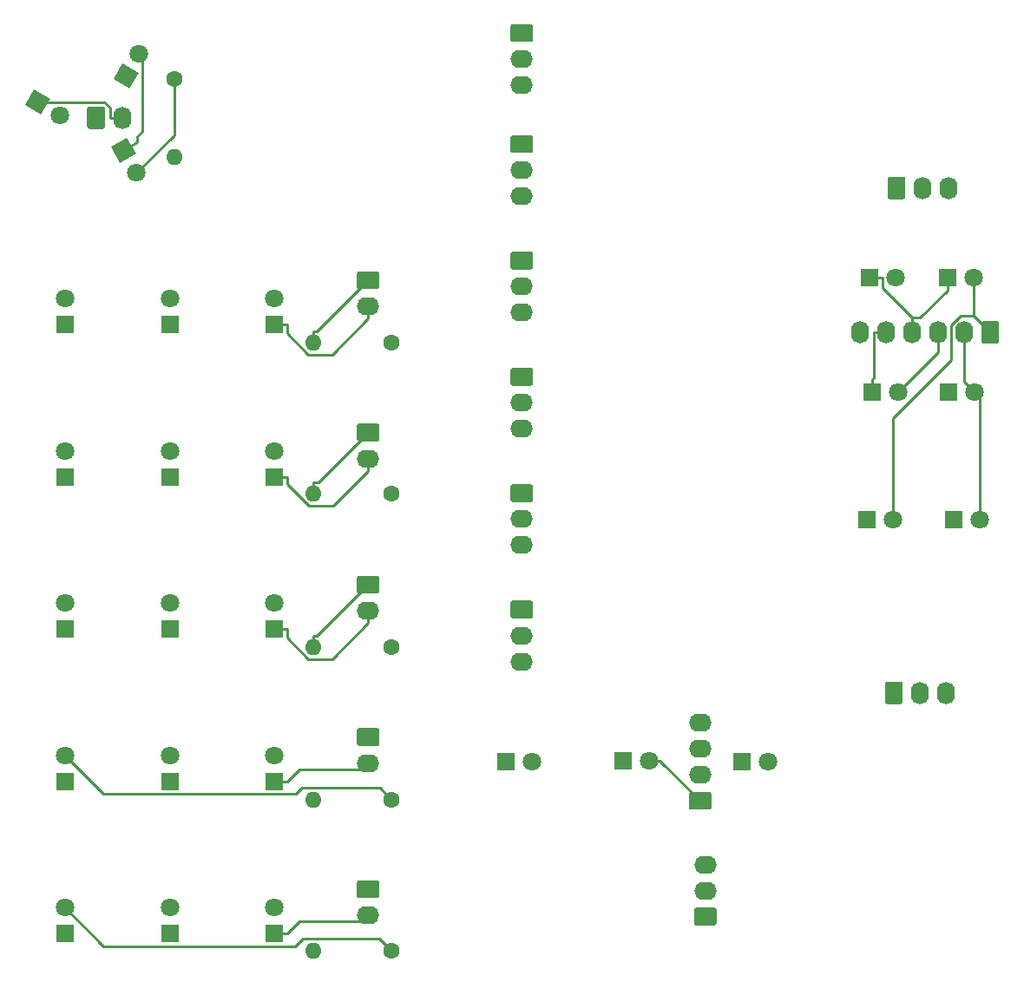
<source format=gbr>
G04 #@! TF.GenerationSoftware,KiCad,Pcbnew,(5.1.5-0-10_14)*
G04 #@! TF.CreationDate,2021-04-18T14:00:12+10:00*
G04 #@! TF.ProjectId,OH - Misc Lights,4f48202d-204d-4697-9363-204c69676874,rev?*
G04 #@! TF.SameCoordinates,Original*
G04 #@! TF.FileFunction,Copper,L2,Bot*
G04 #@! TF.FilePolarity,Positive*
%FSLAX46Y46*%
G04 Gerber Fmt 4.6, Leading zero omitted, Abs format (unit mm)*
G04 Created by KiCad (PCBNEW (5.1.5-0-10_14)) date 2021-04-18 14:00:12*
%MOMM*%
%LPD*%
G04 APERTURE LIST*
%ADD10O,1.600000X1.600000*%
%ADD11C,1.600000*%
%ADD12O,2.200000X1.740000*%
%ADD13C,0.100000*%
%ADD14C,1.800000*%
%ADD15R,1.800000X1.800000*%
%ADD16O,1.740000X2.200000*%
%ADD17C,0.250000*%
G04 APERTURE END LIST*
D10*
X175514000Y-124968000D03*
D11*
X183134000Y-124968000D03*
D10*
X175514000Y-65659000D03*
D11*
X183134000Y-65659000D03*
D10*
X175514000Y-95377000D03*
D11*
X183134000Y-95377000D03*
D10*
X175514000Y-110236000D03*
D11*
X183134000Y-110236000D03*
D10*
X175514000Y-80391000D03*
D11*
X183134000Y-80391000D03*
D10*
X161925000Y-47498000D03*
D11*
X161925000Y-39878000D03*
D12*
X180848000Y-121532000D03*
G04 #@! TA.AperFunction,ComponentPad*
D13*
G36*
X181722505Y-118123204D02*
G01*
X181746773Y-118126804D01*
X181770572Y-118132765D01*
X181793671Y-118141030D01*
X181815850Y-118151520D01*
X181836893Y-118164132D01*
X181856599Y-118178747D01*
X181874777Y-118195223D01*
X181891253Y-118213401D01*
X181905868Y-118233107D01*
X181918480Y-118254150D01*
X181928970Y-118276329D01*
X181937235Y-118299428D01*
X181943196Y-118323227D01*
X181946796Y-118347495D01*
X181948000Y-118371999D01*
X181948000Y-119612001D01*
X181946796Y-119636505D01*
X181943196Y-119660773D01*
X181937235Y-119684572D01*
X181928970Y-119707671D01*
X181918480Y-119729850D01*
X181905868Y-119750893D01*
X181891253Y-119770599D01*
X181874777Y-119788777D01*
X181856599Y-119805253D01*
X181836893Y-119819868D01*
X181815850Y-119832480D01*
X181793671Y-119842970D01*
X181770572Y-119851235D01*
X181746773Y-119857196D01*
X181722505Y-119860796D01*
X181698001Y-119862000D01*
X179997999Y-119862000D01*
X179973495Y-119860796D01*
X179949227Y-119857196D01*
X179925428Y-119851235D01*
X179902329Y-119842970D01*
X179880150Y-119832480D01*
X179859107Y-119819868D01*
X179839401Y-119805253D01*
X179821223Y-119788777D01*
X179804747Y-119770599D01*
X179790132Y-119750893D01*
X179777520Y-119729850D01*
X179767030Y-119707671D01*
X179758765Y-119684572D01*
X179752804Y-119660773D01*
X179749204Y-119636505D01*
X179748000Y-119612001D01*
X179748000Y-118371999D01*
X179749204Y-118347495D01*
X179752804Y-118323227D01*
X179758765Y-118299428D01*
X179767030Y-118276329D01*
X179777520Y-118254150D01*
X179790132Y-118233107D01*
X179804747Y-118213401D01*
X179821223Y-118195223D01*
X179839401Y-118178747D01*
X179859107Y-118164132D01*
X179880150Y-118151520D01*
X179902329Y-118141030D01*
X179925428Y-118132765D01*
X179949227Y-118126804D01*
X179973495Y-118123204D01*
X179997999Y-118122000D01*
X181698001Y-118122000D01*
X181722505Y-118123204D01*
G37*
G04 #@! TD.AperFunction*
D12*
X180848000Y-62096000D03*
G04 #@! TA.AperFunction,ComponentPad*
D13*
G36*
X181722505Y-58687204D02*
G01*
X181746773Y-58690804D01*
X181770572Y-58696765D01*
X181793671Y-58705030D01*
X181815850Y-58715520D01*
X181836893Y-58728132D01*
X181856599Y-58742747D01*
X181874777Y-58759223D01*
X181891253Y-58777401D01*
X181905868Y-58797107D01*
X181918480Y-58818150D01*
X181928970Y-58840329D01*
X181937235Y-58863428D01*
X181943196Y-58887227D01*
X181946796Y-58911495D01*
X181948000Y-58935999D01*
X181948000Y-60176001D01*
X181946796Y-60200505D01*
X181943196Y-60224773D01*
X181937235Y-60248572D01*
X181928970Y-60271671D01*
X181918480Y-60293850D01*
X181905868Y-60314893D01*
X181891253Y-60334599D01*
X181874777Y-60352777D01*
X181856599Y-60369253D01*
X181836893Y-60383868D01*
X181815850Y-60396480D01*
X181793671Y-60406970D01*
X181770572Y-60415235D01*
X181746773Y-60421196D01*
X181722505Y-60424796D01*
X181698001Y-60426000D01*
X179997999Y-60426000D01*
X179973495Y-60424796D01*
X179949227Y-60421196D01*
X179925428Y-60415235D01*
X179902329Y-60406970D01*
X179880150Y-60396480D01*
X179859107Y-60383868D01*
X179839401Y-60369253D01*
X179821223Y-60352777D01*
X179804747Y-60334599D01*
X179790132Y-60314893D01*
X179777520Y-60293850D01*
X179767030Y-60271671D01*
X179758765Y-60248572D01*
X179752804Y-60224773D01*
X179749204Y-60200505D01*
X179748000Y-60176001D01*
X179748000Y-58935999D01*
X179749204Y-58911495D01*
X179752804Y-58887227D01*
X179758765Y-58863428D01*
X179767030Y-58840329D01*
X179777520Y-58818150D01*
X179790132Y-58797107D01*
X179804747Y-58777401D01*
X179821223Y-58759223D01*
X179839401Y-58742747D01*
X179859107Y-58728132D01*
X179880150Y-58715520D01*
X179902329Y-58705030D01*
X179925428Y-58696765D01*
X179949227Y-58690804D01*
X179973495Y-58687204D01*
X179997999Y-58686000D01*
X181698001Y-58686000D01*
X181722505Y-58687204D01*
G37*
G04 #@! TD.AperFunction*
D12*
X180848000Y-91814000D03*
G04 #@! TA.AperFunction,ComponentPad*
D13*
G36*
X181722505Y-88405204D02*
G01*
X181746773Y-88408804D01*
X181770572Y-88414765D01*
X181793671Y-88423030D01*
X181815850Y-88433520D01*
X181836893Y-88446132D01*
X181856599Y-88460747D01*
X181874777Y-88477223D01*
X181891253Y-88495401D01*
X181905868Y-88515107D01*
X181918480Y-88536150D01*
X181928970Y-88558329D01*
X181937235Y-88581428D01*
X181943196Y-88605227D01*
X181946796Y-88629495D01*
X181948000Y-88653999D01*
X181948000Y-89894001D01*
X181946796Y-89918505D01*
X181943196Y-89942773D01*
X181937235Y-89966572D01*
X181928970Y-89989671D01*
X181918480Y-90011850D01*
X181905868Y-90032893D01*
X181891253Y-90052599D01*
X181874777Y-90070777D01*
X181856599Y-90087253D01*
X181836893Y-90101868D01*
X181815850Y-90114480D01*
X181793671Y-90124970D01*
X181770572Y-90133235D01*
X181746773Y-90139196D01*
X181722505Y-90142796D01*
X181698001Y-90144000D01*
X179997999Y-90144000D01*
X179973495Y-90142796D01*
X179949227Y-90139196D01*
X179925428Y-90133235D01*
X179902329Y-90124970D01*
X179880150Y-90114480D01*
X179859107Y-90101868D01*
X179839401Y-90087253D01*
X179821223Y-90070777D01*
X179804747Y-90052599D01*
X179790132Y-90032893D01*
X179777520Y-90011850D01*
X179767030Y-89989671D01*
X179758765Y-89966572D01*
X179752804Y-89942773D01*
X179749204Y-89918505D01*
X179748000Y-89894001D01*
X179748000Y-88653999D01*
X179749204Y-88629495D01*
X179752804Y-88605227D01*
X179758765Y-88581428D01*
X179767030Y-88558329D01*
X179777520Y-88536150D01*
X179790132Y-88515107D01*
X179804747Y-88495401D01*
X179821223Y-88477223D01*
X179839401Y-88460747D01*
X179859107Y-88446132D01*
X179880150Y-88433520D01*
X179902329Y-88423030D01*
X179925428Y-88414765D01*
X179949227Y-88408804D01*
X179973495Y-88405204D01*
X179997999Y-88404000D01*
X181698001Y-88404000D01*
X181722505Y-88405204D01*
G37*
G04 #@! TD.AperFunction*
D12*
X180848000Y-106673000D03*
G04 #@! TA.AperFunction,ComponentPad*
D13*
G36*
X181722505Y-103264204D02*
G01*
X181746773Y-103267804D01*
X181770572Y-103273765D01*
X181793671Y-103282030D01*
X181815850Y-103292520D01*
X181836893Y-103305132D01*
X181856599Y-103319747D01*
X181874777Y-103336223D01*
X181891253Y-103354401D01*
X181905868Y-103374107D01*
X181918480Y-103395150D01*
X181928970Y-103417329D01*
X181937235Y-103440428D01*
X181943196Y-103464227D01*
X181946796Y-103488495D01*
X181948000Y-103512999D01*
X181948000Y-104753001D01*
X181946796Y-104777505D01*
X181943196Y-104801773D01*
X181937235Y-104825572D01*
X181928970Y-104848671D01*
X181918480Y-104870850D01*
X181905868Y-104891893D01*
X181891253Y-104911599D01*
X181874777Y-104929777D01*
X181856599Y-104946253D01*
X181836893Y-104960868D01*
X181815850Y-104973480D01*
X181793671Y-104983970D01*
X181770572Y-104992235D01*
X181746773Y-104998196D01*
X181722505Y-105001796D01*
X181698001Y-105003000D01*
X179997999Y-105003000D01*
X179973495Y-105001796D01*
X179949227Y-104998196D01*
X179925428Y-104992235D01*
X179902329Y-104983970D01*
X179880150Y-104973480D01*
X179859107Y-104960868D01*
X179839401Y-104946253D01*
X179821223Y-104929777D01*
X179804747Y-104911599D01*
X179790132Y-104891893D01*
X179777520Y-104870850D01*
X179767030Y-104848671D01*
X179758765Y-104825572D01*
X179752804Y-104801773D01*
X179749204Y-104777505D01*
X179748000Y-104753001D01*
X179748000Y-103512999D01*
X179749204Y-103488495D01*
X179752804Y-103464227D01*
X179758765Y-103440428D01*
X179767030Y-103417329D01*
X179777520Y-103395150D01*
X179790132Y-103374107D01*
X179804747Y-103354401D01*
X179821223Y-103336223D01*
X179839401Y-103319747D01*
X179859107Y-103305132D01*
X179880150Y-103292520D01*
X179902329Y-103282030D01*
X179925428Y-103273765D01*
X179949227Y-103267804D01*
X179973495Y-103264204D01*
X179997999Y-103263000D01*
X181698001Y-103263000D01*
X181722505Y-103264204D01*
G37*
G04 #@! TD.AperFunction*
D12*
X180848000Y-76955000D03*
G04 #@! TA.AperFunction,ComponentPad*
D13*
G36*
X181722505Y-73546204D02*
G01*
X181746773Y-73549804D01*
X181770572Y-73555765D01*
X181793671Y-73564030D01*
X181815850Y-73574520D01*
X181836893Y-73587132D01*
X181856599Y-73601747D01*
X181874777Y-73618223D01*
X181891253Y-73636401D01*
X181905868Y-73656107D01*
X181918480Y-73677150D01*
X181928970Y-73699329D01*
X181937235Y-73722428D01*
X181943196Y-73746227D01*
X181946796Y-73770495D01*
X181948000Y-73794999D01*
X181948000Y-75035001D01*
X181946796Y-75059505D01*
X181943196Y-75083773D01*
X181937235Y-75107572D01*
X181928970Y-75130671D01*
X181918480Y-75152850D01*
X181905868Y-75173893D01*
X181891253Y-75193599D01*
X181874777Y-75211777D01*
X181856599Y-75228253D01*
X181836893Y-75242868D01*
X181815850Y-75255480D01*
X181793671Y-75265970D01*
X181770572Y-75274235D01*
X181746773Y-75280196D01*
X181722505Y-75283796D01*
X181698001Y-75285000D01*
X179997999Y-75285000D01*
X179973495Y-75283796D01*
X179949227Y-75280196D01*
X179925428Y-75274235D01*
X179902329Y-75265970D01*
X179880150Y-75255480D01*
X179859107Y-75242868D01*
X179839401Y-75228253D01*
X179821223Y-75211777D01*
X179804747Y-75193599D01*
X179790132Y-75173893D01*
X179777520Y-75152850D01*
X179767030Y-75130671D01*
X179758765Y-75107572D01*
X179752804Y-75083773D01*
X179749204Y-75059505D01*
X179748000Y-75035001D01*
X179748000Y-73794999D01*
X179749204Y-73770495D01*
X179752804Y-73746227D01*
X179758765Y-73722428D01*
X179767030Y-73699329D01*
X179777520Y-73677150D01*
X179790132Y-73656107D01*
X179804747Y-73636401D01*
X179821223Y-73618223D01*
X179839401Y-73601747D01*
X179859107Y-73587132D01*
X179880150Y-73574520D01*
X179902329Y-73564030D01*
X179925428Y-73555765D01*
X179949227Y-73549804D01*
X179973495Y-73546204D01*
X179997999Y-73545000D01*
X181698001Y-73545000D01*
X181722505Y-73546204D01*
G37*
G04 #@! TD.AperFunction*
D14*
X171704000Y-120782000D03*
D15*
X171704000Y-123322000D03*
D14*
X171704000Y-61346000D03*
D15*
X171704000Y-63886000D03*
D14*
X171704000Y-91064000D03*
D15*
X171704000Y-93604000D03*
D14*
X171704000Y-105923000D03*
D15*
X171704000Y-108463000D03*
D14*
X171704000Y-76205000D03*
D15*
X171704000Y-78745000D03*
D14*
X161488000Y-120782000D03*
D15*
X161488000Y-123322000D03*
D14*
X161488000Y-61346000D03*
D15*
X161488000Y-63886000D03*
D14*
X161488000Y-91064000D03*
D15*
X161488000Y-93604000D03*
D14*
X161488000Y-105923000D03*
D15*
X161488000Y-108463000D03*
D14*
X161488000Y-76205000D03*
D15*
X161488000Y-78745000D03*
D14*
X151273000Y-120782000D03*
D15*
X151273000Y-123322000D03*
D14*
X151273000Y-61346000D03*
D15*
X151273000Y-63886000D03*
D14*
X151273000Y-91064000D03*
D15*
X151273000Y-93604000D03*
D14*
X151273000Y-105923000D03*
D15*
X151273000Y-108463000D03*
D14*
X151273000Y-76205000D03*
D15*
X151273000Y-78745000D03*
D12*
X195834000Y-85420200D03*
X195834000Y-82880200D03*
G04 #@! TA.AperFunction,ComponentPad*
D13*
G36*
X196708505Y-79471404D02*
G01*
X196732773Y-79475004D01*
X196756572Y-79480965D01*
X196779671Y-79489230D01*
X196801850Y-79499720D01*
X196822893Y-79512332D01*
X196842599Y-79526947D01*
X196860777Y-79543423D01*
X196877253Y-79561601D01*
X196891868Y-79581307D01*
X196904480Y-79602350D01*
X196914970Y-79624529D01*
X196923235Y-79647628D01*
X196929196Y-79671427D01*
X196932796Y-79695695D01*
X196934000Y-79720199D01*
X196934000Y-80960201D01*
X196932796Y-80984705D01*
X196929196Y-81008973D01*
X196923235Y-81032772D01*
X196914970Y-81055871D01*
X196904480Y-81078050D01*
X196891868Y-81099093D01*
X196877253Y-81118799D01*
X196860777Y-81136977D01*
X196842599Y-81153453D01*
X196822893Y-81168068D01*
X196801850Y-81180680D01*
X196779671Y-81191170D01*
X196756572Y-81199435D01*
X196732773Y-81205396D01*
X196708505Y-81208996D01*
X196684001Y-81210200D01*
X194983999Y-81210200D01*
X194959495Y-81208996D01*
X194935227Y-81205396D01*
X194911428Y-81199435D01*
X194888329Y-81191170D01*
X194866150Y-81180680D01*
X194845107Y-81168068D01*
X194825401Y-81153453D01*
X194807223Y-81136977D01*
X194790747Y-81118799D01*
X194776132Y-81099093D01*
X194763520Y-81078050D01*
X194753030Y-81055871D01*
X194744765Y-81032772D01*
X194738804Y-81008973D01*
X194735204Y-80984705D01*
X194734000Y-80960201D01*
X194734000Y-79720199D01*
X194735204Y-79695695D01*
X194738804Y-79671427D01*
X194744765Y-79647628D01*
X194753030Y-79624529D01*
X194763520Y-79602350D01*
X194776132Y-79581307D01*
X194790747Y-79561601D01*
X194807223Y-79543423D01*
X194825401Y-79526947D01*
X194845107Y-79512332D01*
X194866150Y-79499720D01*
X194888329Y-79489230D01*
X194911428Y-79480965D01*
X194935227Y-79475004D01*
X194959495Y-79471404D01*
X194983999Y-79470200D01*
X196684001Y-79470200D01*
X196708505Y-79471404D01*
G37*
G04 #@! TD.AperFunction*
D12*
X195834000Y-96774000D03*
X195834000Y-94234000D03*
G04 #@! TA.AperFunction,ComponentPad*
D13*
G36*
X196708505Y-90825204D02*
G01*
X196732773Y-90828804D01*
X196756572Y-90834765D01*
X196779671Y-90843030D01*
X196801850Y-90853520D01*
X196822893Y-90866132D01*
X196842599Y-90880747D01*
X196860777Y-90897223D01*
X196877253Y-90915401D01*
X196891868Y-90935107D01*
X196904480Y-90956150D01*
X196914970Y-90978329D01*
X196923235Y-91001428D01*
X196929196Y-91025227D01*
X196932796Y-91049495D01*
X196934000Y-91073999D01*
X196934000Y-92314001D01*
X196932796Y-92338505D01*
X196929196Y-92362773D01*
X196923235Y-92386572D01*
X196914970Y-92409671D01*
X196904480Y-92431850D01*
X196891868Y-92452893D01*
X196877253Y-92472599D01*
X196860777Y-92490777D01*
X196842599Y-92507253D01*
X196822893Y-92521868D01*
X196801850Y-92534480D01*
X196779671Y-92544970D01*
X196756572Y-92553235D01*
X196732773Y-92559196D01*
X196708505Y-92562796D01*
X196684001Y-92564000D01*
X194983999Y-92564000D01*
X194959495Y-92562796D01*
X194935227Y-92559196D01*
X194911428Y-92553235D01*
X194888329Y-92544970D01*
X194866150Y-92534480D01*
X194845107Y-92521868D01*
X194825401Y-92507253D01*
X194807223Y-92490777D01*
X194790747Y-92472599D01*
X194776132Y-92452893D01*
X194763520Y-92431850D01*
X194753030Y-92409671D01*
X194744765Y-92386572D01*
X194738804Y-92362773D01*
X194735204Y-92338505D01*
X194734000Y-92314001D01*
X194734000Y-91073999D01*
X194735204Y-91049495D01*
X194738804Y-91025227D01*
X194744765Y-91001428D01*
X194753030Y-90978329D01*
X194763520Y-90956150D01*
X194776132Y-90935107D01*
X194790747Y-90915401D01*
X194807223Y-90897223D01*
X194825401Y-90880747D01*
X194845107Y-90866132D01*
X194866150Y-90853520D01*
X194888329Y-90843030D01*
X194911428Y-90834765D01*
X194935227Y-90828804D01*
X194959495Y-90825204D01*
X194983999Y-90824000D01*
X196684001Y-90824000D01*
X196708505Y-90825204D01*
G37*
G04 #@! TD.AperFunction*
D12*
X195834000Y-74066400D03*
X195834000Y-71526400D03*
G04 #@! TA.AperFunction,ComponentPad*
D13*
G36*
X196708505Y-68117604D02*
G01*
X196732773Y-68121204D01*
X196756572Y-68127165D01*
X196779671Y-68135430D01*
X196801850Y-68145920D01*
X196822893Y-68158532D01*
X196842599Y-68173147D01*
X196860777Y-68189623D01*
X196877253Y-68207801D01*
X196891868Y-68227507D01*
X196904480Y-68248550D01*
X196914970Y-68270729D01*
X196923235Y-68293828D01*
X196929196Y-68317627D01*
X196932796Y-68341895D01*
X196934000Y-68366399D01*
X196934000Y-69606401D01*
X196932796Y-69630905D01*
X196929196Y-69655173D01*
X196923235Y-69678972D01*
X196914970Y-69702071D01*
X196904480Y-69724250D01*
X196891868Y-69745293D01*
X196877253Y-69764999D01*
X196860777Y-69783177D01*
X196842599Y-69799653D01*
X196822893Y-69814268D01*
X196801850Y-69826880D01*
X196779671Y-69837370D01*
X196756572Y-69845635D01*
X196732773Y-69851596D01*
X196708505Y-69855196D01*
X196684001Y-69856400D01*
X194983999Y-69856400D01*
X194959495Y-69855196D01*
X194935227Y-69851596D01*
X194911428Y-69845635D01*
X194888329Y-69837370D01*
X194866150Y-69826880D01*
X194845107Y-69814268D01*
X194825401Y-69799653D01*
X194807223Y-69783177D01*
X194790747Y-69764999D01*
X194776132Y-69745293D01*
X194763520Y-69724250D01*
X194753030Y-69702071D01*
X194744765Y-69678972D01*
X194738804Y-69655173D01*
X194735204Y-69630905D01*
X194734000Y-69606401D01*
X194734000Y-68366399D01*
X194735204Y-68341895D01*
X194738804Y-68317627D01*
X194744765Y-68293828D01*
X194753030Y-68270729D01*
X194763520Y-68248550D01*
X194776132Y-68227507D01*
X194790747Y-68207801D01*
X194807223Y-68189623D01*
X194825401Y-68173147D01*
X194845107Y-68158532D01*
X194866150Y-68145920D01*
X194888329Y-68135430D01*
X194911428Y-68127165D01*
X194935227Y-68121204D01*
X194959495Y-68117604D01*
X194983999Y-68116400D01*
X196684001Y-68116400D01*
X196708505Y-68117604D01*
G37*
G04 #@! TD.AperFunction*
D12*
X195834000Y-51358800D03*
X195834000Y-48818800D03*
G04 #@! TA.AperFunction,ComponentPad*
D13*
G36*
X196708505Y-45410004D02*
G01*
X196732773Y-45413604D01*
X196756572Y-45419565D01*
X196779671Y-45427830D01*
X196801850Y-45438320D01*
X196822893Y-45450932D01*
X196842599Y-45465547D01*
X196860777Y-45482023D01*
X196877253Y-45500201D01*
X196891868Y-45519907D01*
X196904480Y-45540950D01*
X196914970Y-45563129D01*
X196923235Y-45586228D01*
X196929196Y-45610027D01*
X196932796Y-45634295D01*
X196934000Y-45658799D01*
X196934000Y-46898801D01*
X196932796Y-46923305D01*
X196929196Y-46947573D01*
X196923235Y-46971372D01*
X196914970Y-46994471D01*
X196904480Y-47016650D01*
X196891868Y-47037693D01*
X196877253Y-47057399D01*
X196860777Y-47075577D01*
X196842599Y-47092053D01*
X196822893Y-47106668D01*
X196801850Y-47119280D01*
X196779671Y-47129770D01*
X196756572Y-47138035D01*
X196732773Y-47143996D01*
X196708505Y-47147596D01*
X196684001Y-47148800D01*
X194983999Y-47148800D01*
X194959495Y-47147596D01*
X194935227Y-47143996D01*
X194911428Y-47138035D01*
X194888329Y-47129770D01*
X194866150Y-47119280D01*
X194845107Y-47106668D01*
X194825401Y-47092053D01*
X194807223Y-47075577D01*
X194790747Y-47057399D01*
X194776132Y-47037693D01*
X194763520Y-47016650D01*
X194753030Y-46994471D01*
X194744765Y-46971372D01*
X194738804Y-46947573D01*
X194735204Y-46923305D01*
X194734000Y-46898801D01*
X194734000Y-45658799D01*
X194735204Y-45634295D01*
X194738804Y-45610027D01*
X194744765Y-45586228D01*
X194753030Y-45563129D01*
X194763520Y-45540950D01*
X194776132Y-45519907D01*
X194790747Y-45500201D01*
X194807223Y-45482023D01*
X194825401Y-45465547D01*
X194845107Y-45450932D01*
X194866150Y-45438320D01*
X194888329Y-45427830D01*
X194911428Y-45419565D01*
X194935227Y-45413604D01*
X194959495Y-45410004D01*
X194983999Y-45408800D01*
X196684001Y-45408800D01*
X196708505Y-45410004D01*
G37*
G04 #@! TD.AperFunction*
D12*
X195834000Y-62712600D03*
X195834000Y-60172600D03*
G04 #@! TA.AperFunction,ComponentPad*
D13*
G36*
X196708505Y-56763804D02*
G01*
X196732773Y-56767404D01*
X196756572Y-56773365D01*
X196779671Y-56781630D01*
X196801850Y-56792120D01*
X196822893Y-56804732D01*
X196842599Y-56819347D01*
X196860777Y-56835823D01*
X196877253Y-56854001D01*
X196891868Y-56873707D01*
X196904480Y-56894750D01*
X196914970Y-56916929D01*
X196923235Y-56940028D01*
X196929196Y-56963827D01*
X196932796Y-56988095D01*
X196934000Y-57012599D01*
X196934000Y-58252601D01*
X196932796Y-58277105D01*
X196929196Y-58301373D01*
X196923235Y-58325172D01*
X196914970Y-58348271D01*
X196904480Y-58370450D01*
X196891868Y-58391493D01*
X196877253Y-58411199D01*
X196860777Y-58429377D01*
X196842599Y-58445853D01*
X196822893Y-58460468D01*
X196801850Y-58473080D01*
X196779671Y-58483570D01*
X196756572Y-58491835D01*
X196732773Y-58497796D01*
X196708505Y-58501396D01*
X196684001Y-58502600D01*
X194983999Y-58502600D01*
X194959495Y-58501396D01*
X194935227Y-58497796D01*
X194911428Y-58491835D01*
X194888329Y-58483570D01*
X194866150Y-58473080D01*
X194845107Y-58460468D01*
X194825401Y-58445853D01*
X194807223Y-58429377D01*
X194790747Y-58411199D01*
X194776132Y-58391493D01*
X194763520Y-58370450D01*
X194753030Y-58348271D01*
X194744765Y-58325172D01*
X194738804Y-58301373D01*
X194735204Y-58277105D01*
X194734000Y-58252601D01*
X194734000Y-57012599D01*
X194735204Y-56988095D01*
X194738804Y-56963827D01*
X194744765Y-56940028D01*
X194753030Y-56916929D01*
X194763520Y-56894750D01*
X194776132Y-56873707D01*
X194790747Y-56854001D01*
X194807223Y-56835823D01*
X194825401Y-56819347D01*
X194845107Y-56804732D01*
X194866150Y-56792120D01*
X194888329Y-56781630D01*
X194911428Y-56773365D01*
X194935227Y-56767404D01*
X194959495Y-56763804D01*
X194983999Y-56762600D01*
X196684001Y-56762600D01*
X196708505Y-56763804D01*
G37*
G04 #@! TD.AperFunction*
D12*
X195834000Y-40513000D03*
X195834000Y-37973000D03*
G04 #@! TA.AperFunction,ComponentPad*
D13*
G36*
X196708505Y-34564204D02*
G01*
X196732773Y-34567804D01*
X196756572Y-34573765D01*
X196779671Y-34582030D01*
X196801850Y-34592520D01*
X196822893Y-34605132D01*
X196842599Y-34619747D01*
X196860777Y-34636223D01*
X196877253Y-34654401D01*
X196891868Y-34674107D01*
X196904480Y-34695150D01*
X196914970Y-34717329D01*
X196923235Y-34740428D01*
X196929196Y-34764227D01*
X196932796Y-34788495D01*
X196934000Y-34812999D01*
X196934000Y-36053001D01*
X196932796Y-36077505D01*
X196929196Y-36101773D01*
X196923235Y-36125572D01*
X196914970Y-36148671D01*
X196904480Y-36170850D01*
X196891868Y-36191893D01*
X196877253Y-36211599D01*
X196860777Y-36229777D01*
X196842599Y-36246253D01*
X196822893Y-36260868D01*
X196801850Y-36273480D01*
X196779671Y-36283970D01*
X196756572Y-36292235D01*
X196732773Y-36298196D01*
X196708505Y-36301796D01*
X196684001Y-36303000D01*
X194983999Y-36303000D01*
X194959495Y-36301796D01*
X194935227Y-36298196D01*
X194911428Y-36292235D01*
X194888329Y-36283970D01*
X194866150Y-36273480D01*
X194845107Y-36260868D01*
X194825401Y-36246253D01*
X194807223Y-36229777D01*
X194790747Y-36211599D01*
X194776132Y-36191893D01*
X194763520Y-36170850D01*
X194753030Y-36148671D01*
X194744765Y-36125572D01*
X194738804Y-36101773D01*
X194735204Y-36077505D01*
X194734000Y-36053001D01*
X194734000Y-34812999D01*
X194735204Y-34788495D01*
X194738804Y-34764227D01*
X194744765Y-34740428D01*
X194753030Y-34717329D01*
X194763520Y-34695150D01*
X194776132Y-34674107D01*
X194790747Y-34654401D01*
X194807223Y-34636223D01*
X194825401Y-34619747D01*
X194845107Y-34605132D01*
X194866150Y-34592520D01*
X194888329Y-34582030D01*
X194911428Y-34573765D01*
X194935227Y-34567804D01*
X194959495Y-34564204D01*
X194983999Y-34563000D01*
X196684001Y-34563000D01*
X196708505Y-34564204D01*
G37*
G04 #@! TD.AperFunction*
D12*
X213233000Y-102743000D03*
X213233000Y-105283000D03*
X213233000Y-107823000D03*
G04 #@! TA.AperFunction,ComponentPad*
D13*
G36*
X214107505Y-109494204D02*
G01*
X214131773Y-109497804D01*
X214155572Y-109503765D01*
X214178671Y-109512030D01*
X214200850Y-109522520D01*
X214221893Y-109535132D01*
X214241599Y-109549747D01*
X214259777Y-109566223D01*
X214276253Y-109584401D01*
X214290868Y-109604107D01*
X214303480Y-109625150D01*
X214313970Y-109647329D01*
X214322235Y-109670428D01*
X214328196Y-109694227D01*
X214331796Y-109718495D01*
X214333000Y-109742999D01*
X214333000Y-110983001D01*
X214331796Y-111007505D01*
X214328196Y-111031773D01*
X214322235Y-111055572D01*
X214313970Y-111078671D01*
X214303480Y-111100850D01*
X214290868Y-111121893D01*
X214276253Y-111141599D01*
X214259777Y-111159777D01*
X214241599Y-111176253D01*
X214221893Y-111190868D01*
X214200850Y-111203480D01*
X214178671Y-111213970D01*
X214155572Y-111222235D01*
X214131773Y-111228196D01*
X214107505Y-111231796D01*
X214083001Y-111233000D01*
X212382999Y-111233000D01*
X212358495Y-111231796D01*
X212334227Y-111228196D01*
X212310428Y-111222235D01*
X212287329Y-111213970D01*
X212265150Y-111203480D01*
X212244107Y-111190868D01*
X212224401Y-111176253D01*
X212206223Y-111159777D01*
X212189747Y-111141599D01*
X212175132Y-111121893D01*
X212162520Y-111100850D01*
X212152030Y-111078671D01*
X212143765Y-111055572D01*
X212137804Y-111031773D01*
X212134204Y-111007505D01*
X212133000Y-110983001D01*
X212133000Y-109742999D01*
X212134204Y-109718495D01*
X212137804Y-109694227D01*
X212143765Y-109670428D01*
X212152030Y-109647329D01*
X212162520Y-109625150D01*
X212175132Y-109604107D01*
X212189747Y-109584401D01*
X212206223Y-109566223D01*
X212224401Y-109549747D01*
X212244107Y-109535132D01*
X212265150Y-109522520D01*
X212287329Y-109512030D01*
X212310428Y-109503765D01*
X212334227Y-109497804D01*
X212358495Y-109494204D01*
X212382999Y-109493000D01*
X214083001Y-109493000D01*
X214107505Y-109494204D01*
G37*
G04 #@! TD.AperFunction*
D12*
X213741000Y-116586000D03*
X213741000Y-119126000D03*
G04 #@! TA.AperFunction,ComponentPad*
D13*
G36*
X214615505Y-120797204D02*
G01*
X214639773Y-120800804D01*
X214663572Y-120806765D01*
X214686671Y-120815030D01*
X214708850Y-120825520D01*
X214729893Y-120838132D01*
X214749599Y-120852747D01*
X214767777Y-120869223D01*
X214784253Y-120887401D01*
X214798868Y-120907107D01*
X214811480Y-120928150D01*
X214821970Y-120950329D01*
X214830235Y-120973428D01*
X214836196Y-120997227D01*
X214839796Y-121021495D01*
X214841000Y-121045999D01*
X214841000Y-122286001D01*
X214839796Y-122310505D01*
X214836196Y-122334773D01*
X214830235Y-122358572D01*
X214821970Y-122381671D01*
X214811480Y-122403850D01*
X214798868Y-122424893D01*
X214784253Y-122444599D01*
X214767777Y-122462777D01*
X214749599Y-122479253D01*
X214729893Y-122493868D01*
X214708850Y-122506480D01*
X214686671Y-122516970D01*
X214663572Y-122525235D01*
X214639773Y-122531196D01*
X214615505Y-122534796D01*
X214591001Y-122536000D01*
X212890999Y-122536000D01*
X212866495Y-122534796D01*
X212842227Y-122531196D01*
X212818428Y-122525235D01*
X212795329Y-122516970D01*
X212773150Y-122506480D01*
X212752107Y-122493868D01*
X212732401Y-122479253D01*
X212714223Y-122462777D01*
X212697747Y-122444599D01*
X212683132Y-122424893D01*
X212670520Y-122403850D01*
X212660030Y-122381671D01*
X212651765Y-122358572D01*
X212645804Y-122334773D01*
X212642204Y-122310505D01*
X212641000Y-122286001D01*
X212641000Y-121045999D01*
X212642204Y-121021495D01*
X212645804Y-120997227D01*
X212651765Y-120973428D01*
X212660030Y-120950329D01*
X212670520Y-120928150D01*
X212683132Y-120907107D01*
X212697747Y-120887401D01*
X212714223Y-120869223D01*
X212732401Y-120852747D01*
X212752107Y-120838132D01*
X212773150Y-120825520D01*
X212795329Y-120815030D01*
X212818428Y-120806765D01*
X212842227Y-120800804D01*
X212866495Y-120797204D01*
X212890999Y-120796000D01*
X214591001Y-120796000D01*
X214615505Y-120797204D01*
G37*
G04 #@! TD.AperFunction*
D14*
X196850000Y-106553000D03*
D15*
X194310000Y-106553000D03*
D14*
X219837000Y-106553000D03*
D15*
X217297000Y-106553000D03*
D14*
X208280000Y-106426000D03*
D15*
X205740000Y-106426000D03*
D16*
X237236000Y-99822000D03*
X234696000Y-99822000D03*
G04 #@! TA.AperFunction,ComponentPad*
D13*
G36*
X232800505Y-98723204D02*
G01*
X232824773Y-98726804D01*
X232848572Y-98732765D01*
X232871671Y-98741030D01*
X232893850Y-98751520D01*
X232914893Y-98764132D01*
X232934599Y-98778747D01*
X232952777Y-98795223D01*
X232969253Y-98813401D01*
X232983868Y-98833107D01*
X232996480Y-98854150D01*
X233006970Y-98876329D01*
X233015235Y-98899428D01*
X233021196Y-98923227D01*
X233024796Y-98947495D01*
X233026000Y-98971999D01*
X233026000Y-100672001D01*
X233024796Y-100696505D01*
X233021196Y-100720773D01*
X233015235Y-100744572D01*
X233006970Y-100767671D01*
X232996480Y-100789850D01*
X232983868Y-100810893D01*
X232969253Y-100830599D01*
X232952777Y-100848777D01*
X232934599Y-100865253D01*
X232914893Y-100879868D01*
X232893850Y-100892480D01*
X232871671Y-100902970D01*
X232848572Y-100911235D01*
X232824773Y-100917196D01*
X232800505Y-100920796D01*
X232776001Y-100922000D01*
X231535999Y-100922000D01*
X231511495Y-100920796D01*
X231487227Y-100917196D01*
X231463428Y-100911235D01*
X231440329Y-100902970D01*
X231418150Y-100892480D01*
X231397107Y-100879868D01*
X231377401Y-100865253D01*
X231359223Y-100848777D01*
X231342747Y-100830599D01*
X231328132Y-100810893D01*
X231315520Y-100789850D01*
X231305030Y-100767671D01*
X231296765Y-100744572D01*
X231290804Y-100720773D01*
X231287204Y-100696505D01*
X231286000Y-100672001D01*
X231286000Y-98971999D01*
X231287204Y-98947495D01*
X231290804Y-98923227D01*
X231296765Y-98899428D01*
X231305030Y-98876329D01*
X231315520Y-98854150D01*
X231328132Y-98833107D01*
X231342747Y-98813401D01*
X231359223Y-98795223D01*
X231377401Y-98778747D01*
X231397107Y-98764132D01*
X231418150Y-98751520D01*
X231440329Y-98741030D01*
X231463428Y-98732765D01*
X231487227Y-98726804D01*
X231511495Y-98723204D01*
X231535999Y-98722000D01*
X232776001Y-98722000D01*
X232800505Y-98723204D01*
G37*
G04 #@! TD.AperFunction*
D16*
X228854000Y-64643000D03*
X231394000Y-64643000D03*
X233934000Y-64643000D03*
X236474000Y-64643000D03*
X239014000Y-64643000D03*
G04 #@! TA.AperFunction,ComponentPad*
D13*
G36*
X242198505Y-63544204D02*
G01*
X242222773Y-63547804D01*
X242246572Y-63553765D01*
X242269671Y-63562030D01*
X242291850Y-63572520D01*
X242312893Y-63585132D01*
X242332599Y-63599747D01*
X242350777Y-63616223D01*
X242367253Y-63634401D01*
X242381868Y-63654107D01*
X242394480Y-63675150D01*
X242404970Y-63697329D01*
X242413235Y-63720428D01*
X242419196Y-63744227D01*
X242422796Y-63768495D01*
X242424000Y-63792999D01*
X242424000Y-65493001D01*
X242422796Y-65517505D01*
X242419196Y-65541773D01*
X242413235Y-65565572D01*
X242404970Y-65588671D01*
X242394480Y-65610850D01*
X242381868Y-65631893D01*
X242367253Y-65651599D01*
X242350777Y-65669777D01*
X242332599Y-65686253D01*
X242312893Y-65700868D01*
X242291850Y-65713480D01*
X242269671Y-65723970D01*
X242246572Y-65732235D01*
X242222773Y-65738196D01*
X242198505Y-65741796D01*
X242174001Y-65743000D01*
X240933999Y-65743000D01*
X240909495Y-65741796D01*
X240885227Y-65738196D01*
X240861428Y-65732235D01*
X240838329Y-65723970D01*
X240816150Y-65713480D01*
X240795107Y-65700868D01*
X240775401Y-65686253D01*
X240757223Y-65669777D01*
X240740747Y-65651599D01*
X240726132Y-65631893D01*
X240713520Y-65610850D01*
X240703030Y-65588671D01*
X240694765Y-65565572D01*
X240688804Y-65541773D01*
X240685204Y-65517505D01*
X240684000Y-65493001D01*
X240684000Y-63792999D01*
X240685204Y-63768495D01*
X240688804Y-63744227D01*
X240694765Y-63720428D01*
X240703030Y-63697329D01*
X240713520Y-63675150D01*
X240726132Y-63654107D01*
X240740747Y-63634401D01*
X240757223Y-63616223D01*
X240775401Y-63599747D01*
X240795107Y-63585132D01*
X240816150Y-63572520D01*
X240838329Y-63562030D01*
X240861428Y-63553765D01*
X240885227Y-63547804D01*
X240909495Y-63544204D01*
X240933999Y-63543000D01*
X242174001Y-63543000D01*
X242198505Y-63544204D01*
G37*
G04 #@! TD.AperFunction*
D14*
X232537000Y-70485000D03*
D15*
X229997000Y-70485000D03*
D14*
X232321000Y-59277000D03*
D15*
X229781000Y-59277000D03*
D14*
X240030000Y-70485000D03*
D15*
X237490000Y-70485000D03*
D14*
X240538000Y-82931000D03*
D15*
X237998000Y-82931000D03*
D14*
X232029000Y-82931000D03*
D15*
X229489000Y-82931000D03*
D14*
X239903000Y-59309000D03*
D15*
X237363000Y-59309000D03*
D16*
X156845000Y-43688000D03*
G04 #@! TA.AperFunction,ComponentPad*
D13*
G36*
X154949505Y-42589204D02*
G01*
X154973773Y-42592804D01*
X154997572Y-42598765D01*
X155020671Y-42607030D01*
X155042850Y-42617520D01*
X155063893Y-42630132D01*
X155083599Y-42644747D01*
X155101777Y-42661223D01*
X155118253Y-42679401D01*
X155132868Y-42699107D01*
X155145480Y-42720150D01*
X155155970Y-42742329D01*
X155164235Y-42765428D01*
X155170196Y-42789227D01*
X155173796Y-42813495D01*
X155175000Y-42837999D01*
X155175000Y-44538001D01*
X155173796Y-44562505D01*
X155170196Y-44586773D01*
X155164235Y-44610572D01*
X155155970Y-44633671D01*
X155145480Y-44655850D01*
X155132868Y-44676893D01*
X155118253Y-44696599D01*
X155101777Y-44714777D01*
X155083599Y-44731253D01*
X155063893Y-44745868D01*
X155042850Y-44758480D01*
X155020671Y-44768970D01*
X154997572Y-44777235D01*
X154973773Y-44783196D01*
X154949505Y-44786796D01*
X154925001Y-44788000D01*
X153684999Y-44788000D01*
X153660495Y-44786796D01*
X153636227Y-44783196D01*
X153612428Y-44777235D01*
X153589329Y-44768970D01*
X153567150Y-44758480D01*
X153546107Y-44745868D01*
X153526401Y-44731253D01*
X153508223Y-44714777D01*
X153491747Y-44696599D01*
X153477132Y-44676893D01*
X153464520Y-44655850D01*
X153454030Y-44633671D01*
X153445765Y-44610572D01*
X153439804Y-44586773D01*
X153436204Y-44562505D01*
X153435000Y-44538001D01*
X153435000Y-42837999D01*
X153436204Y-42813495D01*
X153439804Y-42789227D01*
X153445765Y-42765428D01*
X153454030Y-42742329D01*
X153464520Y-42720150D01*
X153477132Y-42699107D01*
X153491747Y-42679401D01*
X153508223Y-42661223D01*
X153526401Y-42644747D01*
X153546107Y-42630132D01*
X153567150Y-42617520D01*
X153589329Y-42607030D01*
X153612428Y-42598765D01*
X153636227Y-42592804D01*
X153660495Y-42589204D01*
X153684999Y-42588000D01*
X154925001Y-42588000D01*
X154949505Y-42589204D01*
G37*
G04 #@! TD.AperFunction*
D16*
X237490000Y-50546000D03*
X234950000Y-50546000D03*
G04 #@! TA.AperFunction,ComponentPad*
D13*
G36*
X233054505Y-49447204D02*
G01*
X233078773Y-49450804D01*
X233102572Y-49456765D01*
X233125671Y-49465030D01*
X233147850Y-49475520D01*
X233168893Y-49488132D01*
X233188599Y-49502747D01*
X233206777Y-49519223D01*
X233223253Y-49537401D01*
X233237868Y-49557107D01*
X233250480Y-49578150D01*
X233260970Y-49600329D01*
X233269235Y-49623428D01*
X233275196Y-49647227D01*
X233278796Y-49671495D01*
X233280000Y-49695999D01*
X233280000Y-51396001D01*
X233278796Y-51420505D01*
X233275196Y-51444773D01*
X233269235Y-51468572D01*
X233260970Y-51491671D01*
X233250480Y-51513850D01*
X233237868Y-51534893D01*
X233223253Y-51554599D01*
X233206777Y-51572777D01*
X233188599Y-51589253D01*
X233168893Y-51603868D01*
X233147850Y-51616480D01*
X233125671Y-51626970D01*
X233102572Y-51635235D01*
X233078773Y-51641196D01*
X233054505Y-51644796D01*
X233030001Y-51646000D01*
X231789999Y-51646000D01*
X231765495Y-51644796D01*
X231741227Y-51641196D01*
X231717428Y-51635235D01*
X231694329Y-51626970D01*
X231672150Y-51616480D01*
X231651107Y-51603868D01*
X231631401Y-51589253D01*
X231613223Y-51572777D01*
X231596747Y-51554599D01*
X231582132Y-51534893D01*
X231569520Y-51513850D01*
X231559030Y-51491671D01*
X231550765Y-51468572D01*
X231544804Y-51444773D01*
X231541204Y-51420505D01*
X231540000Y-51396001D01*
X231540000Y-49695999D01*
X231541204Y-49671495D01*
X231544804Y-49647227D01*
X231550765Y-49623428D01*
X231559030Y-49600329D01*
X231569520Y-49578150D01*
X231582132Y-49557107D01*
X231596747Y-49537401D01*
X231613223Y-49519223D01*
X231631401Y-49502747D01*
X231651107Y-49488132D01*
X231672150Y-49475520D01*
X231694329Y-49465030D01*
X231717428Y-49456765D01*
X231741227Y-49450804D01*
X231765495Y-49447204D01*
X231789999Y-49446000D01*
X233030001Y-49446000D01*
X233054505Y-49447204D01*
G37*
G04 #@! TD.AperFunction*
D14*
X150789705Y-43434000D03*
G04 #@! TA.AperFunction,ComponentPad*
D13*
G36*
X147360577Y-42493423D02*
G01*
X148260577Y-40934577D01*
X149819423Y-41834577D01*
X148919423Y-43393423D01*
X147360577Y-42493423D01*
G37*
G04 #@! TD.AperFunction*
D14*
X158496000Y-37424295D03*
G04 #@! TA.AperFunction,ComponentPad*
D13*
G36*
X157555423Y-40853423D02*
G01*
X155996577Y-39953423D01*
X156896577Y-38394577D01*
X158455423Y-39294577D01*
X157555423Y-40853423D01*
G37*
G04 #@! TD.AperFunction*
D14*
X158242000Y-49062705D03*
G04 #@! TA.AperFunction,ComponentPad*
D13*
G36*
X155742577Y-46533577D02*
G01*
X157301423Y-45633577D01*
X158201423Y-47192423D01*
X156642577Y-48092423D01*
X155742577Y-46533577D01*
G37*
G04 #@! TD.AperFunction*
D17*
X239903000Y-62992000D02*
X239903000Y-59309000D01*
X241554000Y-64643000D02*
X239903000Y-62992000D01*
X232029000Y-82931000D02*
X232029000Y-73020300D01*
X232029000Y-73020300D02*
X237744000Y-67305300D01*
X237744000Y-67305300D02*
X237744000Y-63935600D01*
X237744000Y-63935600D02*
X238687600Y-62992000D01*
X238687600Y-62992000D02*
X239903000Y-62992000D01*
X229781000Y-59277000D02*
X231006300Y-59277000D01*
X233934000Y-63217700D02*
X231006300Y-60290000D01*
X231006300Y-60290000D02*
X231006300Y-59277000D01*
X233934000Y-63330300D02*
X233934000Y-63217700D01*
X233934000Y-64643000D02*
X233934000Y-63330300D01*
X237363000Y-59309000D02*
X237363000Y-60534300D01*
X233934000Y-63217700D02*
X234679600Y-63217700D01*
X234679600Y-63217700D02*
X237363000Y-60534300D01*
X229997000Y-70485000D02*
X229997000Y-69259700D01*
X231394000Y-64643000D02*
X230198700Y-64643000D01*
X230198700Y-64643000D02*
X230198700Y-69058000D01*
X230198700Y-69058000D02*
X229997000Y-69259700D01*
X239014000Y-64643000D02*
X239014000Y-69469000D01*
X239014000Y-69469000D02*
X240030000Y-70485000D01*
X240538000Y-82931000D02*
X240538000Y-70993000D01*
X240538000Y-70993000D02*
X240030000Y-70485000D01*
X236474000Y-64643000D02*
X236474000Y-66548000D01*
X236474000Y-66548000D02*
X232537000Y-70485000D01*
X158242000Y-49062700D02*
X161925000Y-45379700D01*
X161925000Y-45379700D02*
X161925000Y-39878000D01*
X156972000Y-46863000D02*
X158317400Y-46086200D01*
X158317400Y-46086200D02*
X158317400Y-45517600D01*
X158317400Y-45517600D02*
X158783900Y-45051100D01*
X158783900Y-45051100D02*
X158783900Y-37712200D01*
X158783900Y-37712200D02*
X158496000Y-37424300D01*
X213233000Y-110363000D02*
X209296000Y-106426000D01*
X209296000Y-106426000D02*
X208280000Y-106426000D01*
X151273000Y-105923000D02*
X155038400Y-109688400D01*
X155038400Y-109688400D02*
X173778300Y-109688400D01*
X173778300Y-109688400D02*
X174386400Y-109080300D01*
X174386400Y-109080300D02*
X181978300Y-109080300D01*
X181978300Y-109080300D02*
X183134000Y-110236000D01*
X151273000Y-120782000D02*
X155038400Y-124547400D01*
X155038400Y-124547400D02*
X173714800Y-124547400D01*
X173714800Y-124547400D02*
X174457400Y-123804800D01*
X174457400Y-123804800D02*
X181970800Y-123804800D01*
X181970800Y-123804800D02*
X183134000Y-124968000D01*
X180848000Y-76955000D02*
X180848000Y-78150300D01*
X171704000Y-78745000D02*
X172929300Y-78745000D01*
X172929300Y-78745000D02*
X172929300Y-79434200D01*
X172929300Y-79434200D02*
X175037600Y-81542500D01*
X175037600Y-81542500D02*
X177455800Y-81542500D01*
X177455800Y-81542500D02*
X180848000Y-78150300D01*
X171704000Y-108463000D02*
X172929300Y-108463000D01*
X180848000Y-107270600D02*
X174121700Y-107270600D01*
X174121700Y-107270600D02*
X172929300Y-108463000D01*
X180848000Y-106673000D02*
X180848000Y-107270600D01*
X180848000Y-91814000D02*
X180848000Y-93009300D01*
X171704000Y-93604000D02*
X172929300Y-93604000D01*
X172929300Y-93604000D02*
X172929300Y-94446400D01*
X172929300Y-94446400D02*
X175011400Y-96528500D01*
X175011400Y-96528500D02*
X177328800Y-96528500D01*
X177328800Y-96528500D02*
X180848000Y-93009300D01*
X180848000Y-62096000D02*
X180848000Y-63291300D01*
X171704000Y-63886000D02*
X172929300Y-63886000D01*
X172929300Y-63886000D02*
X172929300Y-64728400D01*
X172929300Y-64728400D02*
X175011400Y-66810500D01*
X175011400Y-66810500D02*
X177328800Y-66810500D01*
X177328800Y-66810500D02*
X180848000Y-63291300D01*
X171704000Y-123322000D02*
X172929300Y-123322000D01*
X180848000Y-122129600D02*
X174121700Y-122129600D01*
X174121700Y-122129600D02*
X172929300Y-123322000D01*
X180848000Y-121532000D02*
X180848000Y-122129600D01*
X175514000Y-80391000D02*
X175514000Y-79265700D01*
X180848000Y-74415000D02*
X175997300Y-79265700D01*
X175997300Y-79265700D02*
X175514000Y-79265700D01*
X175514000Y-95377000D02*
X175514000Y-94251700D01*
X180848000Y-89274000D02*
X175870300Y-94251700D01*
X175870300Y-94251700D02*
X175514000Y-94251700D01*
X175514000Y-65659000D02*
X175514000Y-64533700D01*
X180848000Y-59556000D02*
X175870300Y-64533700D01*
X175870300Y-64533700D02*
X175514000Y-64533700D01*
X156845000Y-43688000D02*
X155649700Y-43688000D01*
X148590000Y-42164000D02*
X155096900Y-42164000D01*
X155096900Y-42164000D02*
X155649700Y-42716800D01*
X155649700Y-42716800D02*
X155649700Y-43688000D01*
M02*

</source>
